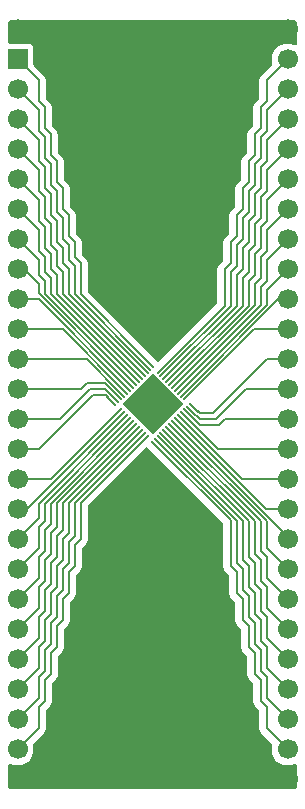
<source format=gtl>
G04 #@! TF.GenerationSoftware,KiCad,Pcbnew,9.0.6*
G04 #@! TF.CreationDate,2026-01-08T20:47:40-06:00*
G04 #@! TF.ProjectId,QFN-48_5x5_P0.35,51464e2d-3438-45f3-9578-355f50302e33,rev?*
G04 #@! TF.SameCoordinates,Original*
G04 #@! TF.FileFunction,Copper,L1,Top*
G04 #@! TF.FilePolarity,Positive*
%FSLAX46Y46*%
G04 Gerber Fmt 4.6, Leading zero omitted, Abs format (unit mm)*
G04 Created by KiCad (PCBNEW 9.0.6) date 2026-01-08 20:47:40*
%MOMM*%
%LPD*%
G01*
G04 APERTURE LIST*
G04 Aperture macros list*
%AMRoundRect*
0 Rectangle with rounded corners*
0 $1 Rounding radius*
0 $2 $3 $4 $5 $6 $7 $8 $9 X,Y pos of 4 corners*
0 Add a 4 corners polygon primitive as box body*
4,1,4,$2,$3,$4,$5,$6,$7,$8,$9,$2,$3,0*
0 Add four circle primitives for the rounded corners*
1,1,$1+$1,$2,$3*
1,1,$1+$1,$4,$5*
1,1,$1+$1,$6,$7*
1,1,$1+$1,$8,$9*
0 Add four rect primitives between the rounded corners*
20,1,$1+$1,$2,$3,$4,$5,0*
20,1,$1+$1,$4,$5,$6,$7,0*
20,1,$1+$1,$6,$7,$8,$9,0*
20,1,$1+$1,$8,$9,$2,$3,0*%
%AMRotRect*
0 Rectangle, with rotation*
0 The origin of the aperture is its center*
0 $1 length*
0 $2 width*
0 $3 Rotation angle, in degrees counterclockwise*
0 Add horizontal line*
21,1,$1,$2,0,0,$3*%
G04 Aperture macros list end*
G04 #@! TA.AperFunction,SMDPad,CuDef*
%ADD10RoundRect,0.050000X-0.424264X0.353553X0.353553X-0.424264X0.424264X-0.353553X-0.353553X0.424264X0*%
G04 #@! TD*
G04 #@! TA.AperFunction,SMDPad,CuDef*
%ADD11RoundRect,0.050000X-0.424264X-0.353553X-0.353553X-0.424264X0.424264X0.353553X0.353553X0.424264X0*%
G04 #@! TD*
G04 #@! TA.AperFunction,HeatsinkPad*
%ADD12C,0.500000*%
G04 #@! TD*
G04 #@! TA.AperFunction,HeatsinkPad*
%ADD13RotRect,3.700000X3.700000X315.000000*%
G04 #@! TD*
G04 #@! TA.AperFunction,ComponentPad*
%ADD14C,1.700000*%
G04 #@! TD*
G04 #@! TA.AperFunction,ComponentPad*
%ADD15R,1.700000X1.700000*%
G04 #@! TD*
G04 #@! TA.AperFunction,ViaPad*
%ADD16C,0.600000*%
G04 #@! TD*
G04 #@! TA.AperFunction,Conductor*
%ADD17C,0.200000*%
G04 #@! TD*
G04 APERTURE END LIST*
D10*
X138164834Y-117167498D03*
X137917348Y-117414986D03*
X137669860Y-117662474D03*
X137422373Y-117909961D03*
X137174885Y-118157449D03*
X136927397Y-118404935D03*
X136679911Y-118652423D03*
X136432423Y-118899911D03*
X136184935Y-119147397D03*
X135937449Y-119394885D03*
X135689961Y-119642373D03*
X135442474Y-119889860D03*
X135194986Y-120137348D03*
X134947498Y-120384834D03*
D11*
X135442474Y-121410140D03*
X135689961Y-121657627D03*
X135937449Y-121905115D03*
X136184935Y-122152603D03*
X136432423Y-122400089D03*
X136679911Y-122647577D03*
X136927397Y-122895065D03*
X137174885Y-123142551D03*
X137422373Y-123390039D03*
X137669860Y-123637526D03*
D10*
X138695166Y-124132502D03*
X138942652Y-123885014D03*
X139190140Y-123637526D03*
X139437627Y-123390039D03*
X139685115Y-123142551D03*
X139932603Y-122895065D03*
X140180089Y-122647577D03*
X140427577Y-122400089D03*
X140675065Y-122152603D03*
X140922551Y-121905115D03*
X141170039Y-121657627D03*
X141417526Y-121410140D03*
X141665014Y-121162652D03*
X141912502Y-120915166D03*
D11*
X141417526Y-119889860D03*
X141170039Y-119642373D03*
X140922551Y-119394885D03*
X140675065Y-119147397D03*
X140427577Y-118899911D03*
X140180089Y-118652423D03*
X139932603Y-118404935D03*
X139685115Y-118157449D03*
X139437627Y-117909961D03*
X139190140Y-117662474D03*
D12*
X138430000Y-118387258D03*
X137675753Y-119141506D03*
X136921506Y-119895753D03*
X136167258Y-120650000D03*
X139184247Y-119141506D03*
X138430000Y-119895753D03*
X137675753Y-120650000D03*
X136921506Y-121404247D03*
D13*
X138430000Y-120650000D03*
D12*
X139938494Y-119895753D03*
X139184247Y-120650000D03*
X138430000Y-121404247D03*
X137675753Y-122158494D03*
X140692742Y-120650000D03*
X139938494Y-121404247D03*
X139184247Y-122158494D03*
X138430000Y-122912742D03*
D14*
X127000000Y-88900000D03*
D15*
X127000000Y-91440000D03*
D14*
X127000000Y-93980000D03*
X127000000Y-96520000D03*
X127000000Y-99060000D03*
X127000000Y-101600000D03*
X127000000Y-104140000D03*
X127000000Y-106680000D03*
X127000000Y-109220000D03*
X127000000Y-111760000D03*
X127000000Y-114300000D03*
X127000000Y-116840000D03*
X127000000Y-119380000D03*
X127000000Y-121920000D03*
X127000000Y-124460000D03*
X127000000Y-127000000D03*
X127000000Y-129540000D03*
X127000000Y-132080000D03*
X127000000Y-134620000D03*
X127000000Y-137160000D03*
X127000000Y-139700000D03*
X127000000Y-142240000D03*
X127000000Y-144780000D03*
X127000000Y-147320000D03*
X127000000Y-149860000D03*
X127000000Y-152400000D03*
X149860000Y-88900000D03*
X149860000Y-91440000D03*
X149860000Y-93980000D03*
X149860000Y-96520000D03*
X149860000Y-99060000D03*
X149860000Y-101600000D03*
X149860000Y-104140000D03*
X149860000Y-106680000D03*
X149860000Y-109220000D03*
X149860000Y-111760000D03*
X149860000Y-114300000D03*
X149860000Y-116840000D03*
X149860000Y-119380000D03*
X149860000Y-121920000D03*
X149860000Y-124460000D03*
X149860000Y-127000000D03*
X149860000Y-129540000D03*
X149860000Y-132080000D03*
X149860000Y-134620000D03*
X149860000Y-137160000D03*
X149860000Y-139700000D03*
X149860000Y-142240000D03*
X149860000Y-144780000D03*
X149860000Y-147320000D03*
X149860000Y-149860000D03*
X149860000Y-152400000D03*
D16*
X138430000Y-101346000D03*
X138430000Y-139827000D03*
X138430000Y-115951000D03*
X138430000Y-125349000D03*
D17*
X148082000Y-93218000D02*
X149860000Y-91440000D01*
X148082000Y-94996000D02*
X148082000Y-93218000D01*
X147574000Y-95504000D02*
X148082000Y-94996000D01*
X147574000Y-97282000D02*
X147574000Y-95504000D01*
X147066000Y-97790000D02*
X147574000Y-97282000D01*
X147066000Y-99568000D02*
X147066000Y-97790000D01*
X146558000Y-100076000D02*
X147066000Y-99568000D01*
X146558000Y-101854000D02*
X146558000Y-100076000D01*
X146050000Y-102362000D02*
X146558000Y-101854000D01*
X146050000Y-104140000D02*
X146050000Y-102362000D01*
X145542000Y-104648000D02*
X146050000Y-104140000D01*
X145542000Y-106426000D02*
X145542000Y-104648000D01*
X145034000Y-106934000D02*
X145542000Y-106426000D01*
X145034000Y-108712000D02*
X145034000Y-106934000D01*
X144526000Y-109220000D02*
X145034000Y-108712000D01*
X144526000Y-112326614D02*
X144526000Y-109220000D01*
X139190140Y-117662474D02*
X144526000Y-112326614D01*
X148082000Y-95758000D02*
X149860000Y-93980000D01*
X148082000Y-97536000D02*
X148082000Y-95758000D01*
X147574000Y-98044000D02*
X148082000Y-97536000D01*
X147574000Y-99822000D02*
X147574000Y-98044000D01*
X147066000Y-100330000D02*
X147574000Y-99822000D01*
X147066000Y-102108000D02*
X147066000Y-100330000D01*
X146558000Y-102616000D02*
X147066000Y-102108000D01*
X146558000Y-104394000D02*
X146558000Y-102616000D01*
X146050000Y-104902000D02*
X146558000Y-104394000D01*
X146050000Y-106680000D02*
X146050000Y-104902000D01*
X145542000Y-107188000D02*
X146050000Y-106680000D01*
X145542000Y-108966000D02*
X145542000Y-107188000D01*
X145034000Y-109474000D02*
X145542000Y-108966000D01*
X145034000Y-112313588D02*
X145034000Y-109474000D01*
X139437627Y-117909961D02*
X145034000Y-112313588D01*
X148082000Y-98298000D02*
X149860000Y-96520000D01*
X148082000Y-100076000D02*
X148082000Y-98298000D01*
X147574000Y-100584000D02*
X148082000Y-100076000D01*
X147574000Y-102362000D02*
X147574000Y-100584000D01*
X147066000Y-102870000D02*
X147574000Y-102362000D01*
X147066000Y-104648000D02*
X147066000Y-102870000D01*
X146558000Y-105156000D02*
X147066000Y-104648000D01*
X146558000Y-106934000D02*
X146558000Y-105156000D01*
X146050000Y-107442000D02*
X146558000Y-106934000D01*
X146050000Y-109220000D02*
X146050000Y-107442000D01*
X145542000Y-109728000D02*
X146050000Y-109220000D01*
X145542000Y-112300564D02*
X145542000Y-109728000D01*
X139685115Y-118157449D02*
X145542000Y-112300564D01*
X148082000Y-100838000D02*
X149860000Y-99060000D01*
X148082000Y-102616000D02*
X148082000Y-100838000D01*
X147574000Y-103124000D02*
X148082000Y-102616000D01*
X147574000Y-104902000D02*
X147574000Y-103124000D01*
X147066000Y-105410000D02*
X147574000Y-104902000D01*
X147066000Y-107188000D02*
X147066000Y-105410000D01*
X146558000Y-107696000D02*
X147066000Y-107188000D01*
X146558000Y-109474000D02*
X146558000Y-107696000D01*
X146050000Y-109982000D02*
X146558000Y-109474000D01*
X146050000Y-112287538D02*
X146050000Y-109982000D01*
X139932603Y-118404935D02*
X146050000Y-112287538D01*
X148082000Y-103378000D02*
X149860000Y-101600000D01*
X148082000Y-105156000D02*
X148082000Y-103378000D01*
X147574000Y-105664000D02*
X148082000Y-105156000D01*
X147574000Y-107442000D02*
X147574000Y-105664000D01*
X147066000Y-107950000D02*
X147574000Y-107442000D01*
X147066000Y-109728000D02*
X147066000Y-107950000D01*
X146558000Y-110236000D02*
X147066000Y-109728000D01*
X146558000Y-112274512D02*
X146558000Y-110236000D01*
X140180089Y-118652423D02*
X146558000Y-112274512D01*
X147574000Y-108204000D02*
X148082000Y-107696000D01*
X147574000Y-109982000D02*
X147574000Y-108204000D01*
X148082000Y-107696000D02*
X148082000Y-105918000D01*
X147066000Y-112261488D02*
X147066000Y-110490000D01*
X147066000Y-110490000D02*
X147574000Y-109982000D01*
X148082000Y-105918000D02*
X149860000Y-104140000D01*
X140427577Y-118899911D02*
X147066000Y-112261488D01*
X147574000Y-110744000D02*
X148082000Y-110236000D01*
X148082000Y-108458000D02*
X149860000Y-106680000D01*
X147574000Y-112248462D02*
X147574000Y-110744000D01*
X140675065Y-119147397D02*
X147574000Y-112248462D01*
X148082000Y-110236000D02*
X148082000Y-108458000D01*
X148082000Y-112235436D02*
X148082000Y-110998000D01*
X148082000Y-110998000D02*
X149860000Y-109220000D01*
X140922551Y-119394885D02*
X148082000Y-112235436D01*
X149052412Y-111760000D02*
X149860000Y-111760000D01*
X141170039Y-119642373D02*
X149052412Y-111760000D01*
X147007386Y-114300000D02*
X149860000Y-114300000D01*
X141417526Y-119889860D02*
X147007386Y-114300000D01*
X148082000Y-148082000D02*
X149860000Y-149860000D01*
X148082000Y-146304000D02*
X148082000Y-148082000D01*
X147574000Y-145796000D02*
X148082000Y-146304000D01*
X147574000Y-144018000D02*
X147574000Y-145796000D01*
X147066000Y-143510000D02*
X147574000Y-144018000D01*
X146558000Y-141224000D02*
X147066000Y-141732000D01*
X146558000Y-139446000D02*
X146558000Y-141224000D01*
X146050000Y-138938000D02*
X146558000Y-139446000D01*
X146050000Y-137160000D02*
X146050000Y-138938000D01*
X147066000Y-141732000D02*
X147066000Y-143510000D01*
X145542000Y-136652000D02*
X146050000Y-137160000D01*
X145542000Y-134874000D02*
X145542000Y-136652000D01*
X145034000Y-134366000D02*
X145542000Y-134874000D01*
X145034000Y-130471336D02*
X145034000Y-134366000D01*
X138695166Y-124132502D02*
X145034000Y-130471336D01*
X148082000Y-145542000D02*
X149860000Y-147320000D01*
X148082000Y-143764000D02*
X148082000Y-145542000D01*
X147574000Y-143256000D02*
X148082000Y-143764000D01*
X147574000Y-141478000D02*
X147574000Y-143256000D01*
X147066000Y-140970000D02*
X147574000Y-141478000D01*
X147066000Y-139192000D02*
X147066000Y-140970000D01*
X146558000Y-138684000D02*
X147066000Y-139192000D01*
X146558000Y-136906000D02*
X146558000Y-138684000D01*
X146050000Y-136398000D02*
X146558000Y-136906000D01*
X146050000Y-134620000D02*
X146050000Y-136398000D01*
X145542000Y-134112000D02*
X146050000Y-134620000D01*
X145542000Y-130484362D02*
X145542000Y-134112000D01*
X138942652Y-123885014D02*
X145542000Y-130484362D01*
X148082000Y-141224000D02*
X148082000Y-143002000D01*
X147574000Y-140716000D02*
X148082000Y-141224000D01*
X147574000Y-138938000D02*
X147574000Y-140716000D01*
X147066000Y-138430000D02*
X147574000Y-138938000D01*
X147066000Y-136652000D02*
X147066000Y-138430000D01*
X146558000Y-136144000D02*
X147066000Y-136652000D01*
X146558000Y-134366000D02*
X146558000Y-136144000D01*
X146050000Y-133858000D02*
X146558000Y-134366000D01*
X146050000Y-130497386D02*
X146050000Y-133858000D01*
X139190140Y-123637526D02*
X146050000Y-130497386D01*
X148082000Y-143002000D02*
X149860000Y-144780000D01*
X148082000Y-140462000D02*
X149860000Y-142240000D01*
X148082000Y-138684000D02*
X148082000Y-140462000D01*
X147574000Y-136398000D02*
X147574000Y-138176000D01*
X147066000Y-135890000D02*
X147574000Y-136398000D01*
X147574000Y-138176000D02*
X148082000Y-138684000D01*
X147066000Y-134112000D02*
X147066000Y-135890000D01*
X146558000Y-133604000D02*
X147066000Y-134112000D01*
X146558000Y-130510412D02*
X146558000Y-133604000D01*
X139437627Y-123390039D02*
X146558000Y-130510412D01*
X148082000Y-137922000D02*
X149860000Y-139700000D01*
X147066000Y-133350000D02*
X147574000Y-133858000D01*
X148082000Y-136144000D02*
X148082000Y-137922000D01*
X147066000Y-130523436D02*
X147066000Y-133350000D01*
X147574000Y-135636000D02*
X148082000Y-136144000D01*
X139685115Y-123142551D02*
X147066000Y-130523436D01*
X147574000Y-133858000D02*
X147574000Y-135636000D01*
X148082000Y-135382000D02*
X149860000Y-137160000D01*
X148082000Y-133604000D02*
X148082000Y-135382000D01*
X147574000Y-133096000D02*
X148082000Y-133604000D01*
X147574000Y-130536462D02*
X147574000Y-133096000D01*
X139932603Y-122895065D02*
X147574000Y-130536462D01*
X149860000Y-134620000D02*
X148082000Y-132842000D01*
X148082000Y-130549488D02*
X148082000Y-132842000D01*
X140180089Y-122647577D02*
X148082000Y-130549488D01*
X149860000Y-131832512D02*
X149860000Y-132080000D01*
X140427577Y-122400089D02*
X149860000Y-131832512D01*
X148062462Y-129540000D02*
X149860000Y-129540000D01*
X140675065Y-122152603D02*
X148062462Y-129540000D01*
X146017436Y-127000000D02*
X149860000Y-127000000D01*
X140922551Y-121905115D02*
X146017436Y-127000000D01*
X143972412Y-124460000D02*
X141170039Y-121657627D01*
X149860000Y-124460000D02*
X143972412Y-124460000D01*
X144526000Y-121920000D02*
X149860000Y-121920000D01*
X144018000Y-122428000D02*
X144526000Y-121920000D01*
X142435386Y-122428000D02*
X144018000Y-122428000D01*
X141417526Y-121410140D02*
X142435386Y-122428000D01*
X146304000Y-119380000D02*
X149860000Y-119380000D01*
X142422362Y-121920000D02*
X143764000Y-121920000D01*
X143764000Y-121920000D02*
X146304000Y-119380000D01*
X141665014Y-121162652D02*
X142422362Y-121920000D01*
X148082000Y-116840000D02*
X149860000Y-116840000D01*
X143510000Y-121412000D02*
X148082000Y-116840000D01*
X142409336Y-121412000D02*
X143510000Y-121412000D01*
X141912502Y-120915166D02*
X142409336Y-121412000D01*
X128778000Y-148082000D02*
X127000000Y-149860000D01*
X128778000Y-146304000D02*
X128778000Y-148082000D01*
X129286000Y-144018000D02*
X129286000Y-145796000D01*
X129794000Y-141732000D02*
X129794000Y-143510000D01*
X129794000Y-143510000D02*
X129286000Y-144018000D01*
X130302000Y-141224000D02*
X129794000Y-141732000D01*
X130302000Y-139446000D02*
X130302000Y-141224000D01*
X130810000Y-138938000D02*
X130302000Y-139446000D01*
X130810000Y-137160000D02*
X130810000Y-138938000D01*
X131318000Y-136652000D02*
X130810000Y-137160000D01*
X131318000Y-134874000D02*
X131318000Y-136652000D01*
X131826000Y-134366000D02*
X131318000Y-134874000D01*
X129286000Y-145796000D02*
X128778000Y-146304000D01*
X131826000Y-132588000D02*
X131826000Y-134366000D01*
X132334000Y-132080000D02*
X131826000Y-132588000D01*
X132334000Y-128973386D02*
X132334000Y-132080000D01*
X137669860Y-123637526D02*
X132334000Y-128973386D01*
X128778000Y-145542000D02*
X127000000Y-147320000D01*
X128778000Y-143764000D02*
X128778000Y-145542000D01*
X129286000Y-143256000D02*
X128778000Y-143764000D01*
X129286000Y-141478000D02*
X129286000Y-143256000D01*
X129794000Y-140970000D02*
X129286000Y-141478000D01*
X129794000Y-139192000D02*
X129794000Y-140970000D01*
X130302000Y-138684000D02*
X129794000Y-139192000D01*
X130302000Y-136906000D02*
X130302000Y-138684000D01*
X130810000Y-136398000D02*
X130302000Y-136906000D01*
X130810000Y-134620000D02*
X130810000Y-136398000D01*
X131318000Y-134112000D02*
X130810000Y-134620000D01*
X131318000Y-132334000D02*
X131318000Y-134112000D01*
X131826000Y-131826000D02*
X131318000Y-132334000D01*
X131826000Y-128986412D02*
X131826000Y-131826000D01*
X137422373Y-123390039D02*
X131826000Y-128986412D01*
X128778000Y-143002000D02*
X127000000Y-144780000D01*
X129286000Y-140716000D02*
X128778000Y-141224000D01*
X129286000Y-138938000D02*
X129286000Y-140716000D01*
X129794000Y-138430000D02*
X129286000Y-138938000D01*
X128778000Y-141224000D02*
X128778000Y-143002000D01*
X130302000Y-134366000D02*
X130302000Y-136144000D01*
X130810000Y-133858000D02*
X130302000Y-134366000D01*
X130810000Y-132080000D02*
X130810000Y-133858000D01*
X129794000Y-136652000D02*
X129794000Y-138430000D01*
X131318000Y-131572000D02*
X130810000Y-132080000D01*
X131318000Y-128999436D02*
X131318000Y-131572000D01*
X130302000Y-136144000D02*
X129794000Y-136652000D01*
X137174885Y-123142551D02*
X131318000Y-128999436D01*
X128778000Y-140462000D02*
X127000000Y-142240000D01*
X128778000Y-138684000D02*
X128778000Y-140462000D01*
X129286000Y-138176000D02*
X128778000Y-138684000D01*
X129286000Y-136398000D02*
X129286000Y-138176000D01*
X129794000Y-135890000D02*
X129286000Y-136398000D01*
X130302000Y-133604000D02*
X129794000Y-134112000D01*
X130302000Y-131826000D02*
X130302000Y-133604000D01*
X130810000Y-131318000D02*
X130302000Y-131826000D01*
X130810000Y-129012462D02*
X130810000Y-131318000D01*
X129794000Y-134112000D02*
X129794000Y-135890000D01*
X136927397Y-122895065D02*
X130810000Y-129012462D01*
X128778000Y-137922000D02*
X127000000Y-139700000D01*
X128778000Y-136144000D02*
X128778000Y-137922000D01*
X129286000Y-135636000D02*
X128778000Y-136144000D01*
X129286000Y-133858000D02*
X129286000Y-135636000D01*
X129794000Y-133350000D02*
X129286000Y-133858000D01*
X129794000Y-131572000D02*
X129794000Y-133350000D01*
X130302000Y-131064000D02*
X129794000Y-131572000D01*
X130302000Y-129025488D02*
X130302000Y-131064000D01*
X136679911Y-122647577D02*
X130302000Y-129025488D01*
X128778000Y-135382000D02*
X127000000Y-137160000D01*
X128778000Y-133604000D02*
X128778000Y-135382000D01*
X129794000Y-130810000D02*
X129286000Y-131318000D01*
X129286000Y-131318000D02*
X129286000Y-133096000D01*
X129794000Y-129038512D02*
X129794000Y-130810000D01*
X129286000Y-133096000D02*
X128778000Y-133604000D01*
X136432423Y-122400089D02*
X129794000Y-129038512D01*
X128778000Y-131064000D02*
X128778000Y-132842000D01*
X129286000Y-130556000D02*
X128778000Y-131064000D01*
X129286000Y-129051538D02*
X129286000Y-130556000D01*
X136184935Y-122152603D02*
X129286000Y-129051538D01*
X128778000Y-132842000D02*
X127000000Y-134620000D01*
X128778000Y-130302000D02*
X127000000Y-132080000D01*
X128778000Y-129064564D02*
X128778000Y-130302000D01*
X135937449Y-121905115D02*
X128778000Y-129064564D01*
X127807588Y-129540000D02*
X127000000Y-129540000D01*
X135689961Y-121657627D02*
X127807588Y-129540000D01*
X135442474Y-121410140D02*
X129852614Y-127000000D01*
X129852614Y-127000000D02*
X127000000Y-127000000D01*
X128778000Y-93218000D02*
X127000000Y-91440000D01*
X128778000Y-94996000D02*
X128778000Y-93218000D01*
X129286000Y-95504000D02*
X128778000Y-94996000D01*
X129286000Y-97282000D02*
X129286000Y-95504000D01*
X129794000Y-97790000D02*
X129286000Y-97282000D01*
X129794000Y-99568000D02*
X129794000Y-97790000D01*
X130302000Y-100076000D02*
X129794000Y-99568000D01*
X130302000Y-101854000D02*
X130302000Y-100076000D01*
X130810000Y-102362000D02*
X130302000Y-101854000D01*
X130810000Y-104140000D02*
X130810000Y-102362000D01*
X131318000Y-104648000D02*
X130810000Y-104140000D01*
X131318000Y-106426000D02*
X131318000Y-104648000D01*
X131826000Y-106934000D02*
X131318000Y-106426000D01*
X131826000Y-108204000D02*
X131826000Y-106934000D01*
X132334000Y-108712000D02*
X131826000Y-108204000D01*
X132334000Y-111336664D02*
X132334000Y-108712000D01*
X138164834Y-117167498D02*
X132334000Y-111336664D01*
X128778000Y-95758000D02*
X127000000Y-93980000D01*
X128778000Y-97536000D02*
X128778000Y-95758000D01*
X129286000Y-98044000D02*
X128778000Y-97536000D01*
X129794000Y-100330000D02*
X129286000Y-99822000D01*
X129794000Y-102108000D02*
X129794000Y-100330000D01*
X130302000Y-102616000D02*
X129794000Y-102108000D01*
X130302000Y-104394000D02*
X130302000Y-102616000D01*
X130810000Y-104902000D02*
X130302000Y-104394000D01*
X129286000Y-99822000D02*
X129286000Y-98044000D01*
X130810000Y-106680000D02*
X130810000Y-104902000D01*
X131318000Y-107188000D02*
X130810000Y-106680000D01*
X131318000Y-108458000D02*
X131318000Y-107188000D01*
X131826000Y-108966000D02*
X131318000Y-108458000D01*
X131826000Y-111323638D02*
X131826000Y-108966000D01*
X137917348Y-117414986D02*
X131826000Y-111323638D01*
X128778000Y-98298000D02*
X127000000Y-96520000D01*
X128778000Y-100076000D02*
X128778000Y-98298000D01*
X129286000Y-100584000D02*
X128778000Y-100076000D01*
X129286000Y-102362000D02*
X129286000Y-100584000D01*
X129794000Y-102870000D02*
X129286000Y-102362000D01*
X129794000Y-104648000D02*
X129794000Y-102870000D01*
X130302000Y-105156000D02*
X129794000Y-104648000D01*
X130302000Y-106934000D02*
X130302000Y-105156000D01*
X130810000Y-107442000D02*
X130302000Y-106934000D01*
X130810000Y-108712000D02*
X130810000Y-107442000D01*
X131318000Y-109220000D02*
X130810000Y-108712000D01*
X131318000Y-111310614D02*
X131318000Y-109220000D01*
X137669860Y-117662474D02*
X131318000Y-111310614D01*
X128778000Y-100838000D02*
X127000000Y-99060000D01*
X128778000Y-102616000D02*
X128778000Y-100838000D01*
X129286000Y-103124000D02*
X128778000Y-102616000D01*
X129286000Y-104902000D02*
X129286000Y-103124000D01*
X129794000Y-105410000D02*
X129286000Y-104902000D01*
X130302000Y-107696000D02*
X129794000Y-107188000D01*
X129794000Y-107188000D02*
X129794000Y-105410000D01*
X130302000Y-108966000D02*
X130302000Y-107696000D01*
X130810000Y-109474000D02*
X130302000Y-108966000D01*
X130810000Y-111297588D02*
X130810000Y-109474000D01*
X137422373Y-117909961D02*
X130810000Y-111297588D01*
X128778000Y-103378000D02*
X127000000Y-101600000D01*
X128778000Y-105156000D02*
X128778000Y-103378000D01*
X129286000Y-105664000D02*
X128778000Y-105156000D01*
X129286000Y-107442000D02*
X129286000Y-105664000D01*
X129794000Y-107950000D02*
X129286000Y-107442000D01*
X129794000Y-109220000D02*
X129794000Y-107950000D01*
X130302000Y-109728000D02*
X129794000Y-109220000D01*
X130302000Y-111284564D02*
X130302000Y-109728000D01*
X137174885Y-118157449D02*
X130302000Y-111284564D01*
X128778000Y-105918000D02*
X127000000Y-104140000D01*
X129286000Y-108204000D02*
X128778000Y-107696000D01*
X129286000Y-109474000D02*
X129286000Y-108204000D01*
X129794000Y-109982000D02*
X129286000Y-109474000D01*
X128778000Y-107696000D02*
X128778000Y-105918000D01*
X136927397Y-118404935D02*
X129794000Y-111271538D01*
X129794000Y-111271538D02*
X129794000Y-109982000D01*
X128778000Y-108458000D02*
X127000000Y-106680000D01*
X128778000Y-109728000D02*
X128778000Y-108458000D01*
X129286000Y-110236000D02*
X128778000Y-109728000D01*
X129286000Y-111258512D02*
X129286000Y-110236000D01*
X136679911Y-118652423D02*
X129286000Y-111258512D01*
X127508000Y-109220000D02*
X127000000Y-109220000D01*
X128778000Y-110490000D02*
X127508000Y-109220000D01*
X128778000Y-111245488D02*
X128778000Y-110490000D01*
X136432423Y-118899911D02*
X128778000Y-111245488D01*
X128797538Y-111760000D02*
X127000000Y-111760000D01*
X136184935Y-119147397D02*
X128797538Y-111760000D01*
X130842564Y-114300000D02*
X127000000Y-114300000D01*
X135937449Y-119394885D02*
X130842564Y-114300000D01*
X132887588Y-116840000D02*
X127000000Y-116840000D01*
X135689961Y-119642373D02*
X132887588Y-116840000D01*
X132334000Y-119380000D02*
X132842000Y-118872000D01*
X127000000Y-119380000D02*
X132334000Y-119380000D01*
X134424614Y-118872000D02*
X132842000Y-118872000D01*
X135442474Y-119889860D02*
X134424614Y-118872000D01*
X130556000Y-121920000D02*
X127000000Y-121920000D01*
X133096000Y-119380000D02*
X130556000Y-121920000D01*
X134437638Y-119380000D02*
X133096000Y-119380000D01*
X135194986Y-120137348D02*
X134437638Y-119380000D01*
X133350000Y-119888000D02*
X128778000Y-124460000D01*
X134450664Y-119888000D02*
X133350000Y-119888000D01*
X134947498Y-120384834D02*
X134450664Y-119888000D01*
X128778000Y-124460000D02*
X127000000Y-124460000D01*
G04 #@! TA.AperFunction,Conductor*
G36*
X137978359Y-124280776D02*
G01*
X138022706Y-124309277D01*
X144397181Y-130683752D01*
X144430666Y-130745075D01*
X144433500Y-130771433D01*
X144433500Y-134279330D01*
X144433499Y-134279348D01*
X144433499Y-134445054D01*
X144433498Y-134445054D01*
X144474423Y-134597785D01*
X144500074Y-134642214D01*
X144500076Y-134642216D01*
X144553479Y-134734714D01*
X144553481Y-134734717D01*
X144672349Y-134853585D01*
X144672355Y-134853590D01*
X144905181Y-135086416D01*
X144938666Y-135147739D01*
X144941500Y-135174097D01*
X144941500Y-136565330D01*
X144941499Y-136565348D01*
X144941499Y-136731054D01*
X144941498Y-136731054D01*
X144982423Y-136883785D01*
X145008074Y-136928214D01*
X145008076Y-136928216D01*
X145061479Y-137020714D01*
X145061481Y-137020717D01*
X145180349Y-137139585D01*
X145180355Y-137139590D01*
X145413181Y-137372416D01*
X145446666Y-137433739D01*
X145449500Y-137460097D01*
X145449500Y-138851330D01*
X145449499Y-138851348D01*
X145449499Y-139017054D01*
X145449498Y-139017054D01*
X145449499Y-139017056D01*
X145449499Y-139017057D01*
X145490423Y-139169785D01*
X145490425Y-139169788D01*
X145497240Y-139181592D01*
X145569477Y-139306712D01*
X145569481Y-139306717D01*
X145688349Y-139425585D01*
X145688355Y-139425590D01*
X145921181Y-139658416D01*
X145954666Y-139719739D01*
X145957500Y-139746097D01*
X145957500Y-141137330D01*
X145957499Y-141137348D01*
X145957499Y-141303054D01*
X145957498Y-141303054D01*
X145998423Y-141455785D01*
X146024074Y-141500214D01*
X146024076Y-141500216D01*
X146077479Y-141592714D01*
X146077481Y-141592717D01*
X146196349Y-141711585D01*
X146196355Y-141711590D01*
X146429181Y-141944416D01*
X146462666Y-142005739D01*
X146465500Y-142032097D01*
X146465500Y-143423330D01*
X146465499Y-143423348D01*
X146465499Y-143589054D01*
X146465498Y-143589054D01*
X146465499Y-143589056D01*
X146465499Y-143589057D01*
X146506423Y-143741785D01*
X146506424Y-143741786D01*
X146511104Y-143749894D01*
X146511106Y-143749896D01*
X146585477Y-143878712D01*
X146585481Y-143878717D01*
X146704349Y-143997585D01*
X146704355Y-143997590D01*
X146937181Y-144230416D01*
X146970666Y-144291739D01*
X146973500Y-144318097D01*
X146973500Y-145709330D01*
X146973499Y-145709348D01*
X146973499Y-145875054D01*
X146973498Y-145875054D01*
X146989575Y-145935051D01*
X147014423Y-146027785D01*
X147016594Y-146031546D01*
X147016598Y-146031558D01*
X147016601Y-146031557D01*
X147093477Y-146164712D01*
X147093481Y-146164717D01*
X147212349Y-146283585D01*
X147212355Y-146283590D01*
X147445181Y-146516416D01*
X147478666Y-146577739D01*
X147481500Y-146604097D01*
X147481500Y-147995330D01*
X147481499Y-147995348D01*
X147481499Y-148161054D01*
X147481498Y-148161054D01*
X147481499Y-148161057D01*
X147522423Y-148313785D01*
X147522424Y-148313786D01*
X147526298Y-148320498D01*
X147526300Y-148320500D01*
X147601477Y-148450712D01*
X147601481Y-148450717D01*
X147720349Y-148569585D01*
X147720355Y-148569590D01*
X148526241Y-149375476D01*
X148559726Y-149436799D01*
X148556492Y-149501473D01*
X148542753Y-149543757D01*
X148509500Y-149753713D01*
X148509500Y-149966286D01*
X148542753Y-150176239D01*
X148608444Y-150378414D01*
X148704951Y-150567820D01*
X148829890Y-150739786D01*
X148980213Y-150890109D01*
X149152179Y-151015048D01*
X149152181Y-151015049D01*
X149152184Y-151015051D01*
X149341588Y-151111557D01*
X149543757Y-151177246D01*
X149753713Y-151210500D01*
X149753714Y-151210500D01*
X149966286Y-151210500D01*
X149966287Y-151210500D01*
X150176243Y-151177246D01*
X150378412Y-151111557D01*
X150449205Y-151075485D01*
X150517874Y-151062590D01*
X150582614Y-151088866D01*
X150622872Y-151145972D01*
X150629500Y-151185971D01*
X150629500Y-153045500D01*
X150609815Y-153112539D01*
X150557011Y-153158294D01*
X150505500Y-153169500D01*
X126354500Y-153169500D01*
X126287461Y-153149815D01*
X126241706Y-153097011D01*
X126230500Y-153045500D01*
X126230500Y-151185971D01*
X126250185Y-151118932D01*
X126302989Y-151073177D01*
X126372147Y-151063233D01*
X126410793Y-151075485D01*
X126481588Y-151111557D01*
X126683757Y-151177246D01*
X126893713Y-151210500D01*
X126893714Y-151210500D01*
X127106286Y-151210500D01*
X127106287Y-151210500D01*
X127316243Y-151177246D01*
X127518412Y-151111557D01*
X127707816Y-151015051D01*
X127729789Y-150999086D01*
X127879786Y-150890109D01*
X127879788Y-150890106D01*
X127879792Y-150890104D01*
X128030104Y-150739792D01*
X128030106Y-150739788D01*
X128030109Y-150739786D01*
X128155048Y-150567820D01*
X128155047Y-150567820D01*
X128155051Y-150567816D01*
X128251557Y-150378412D01*
X128317246Y-150176243D01*
X128350500Y-149966287D01*
X128350500Y-149753713D01*
X128317246Y-149543757D01*
X128303506Y-149501473D01*
X128301512Y-149431635D01*
X128333755Y-149375478D01*
X129258520Y-148450716D01*
X129337577Y-148313784D01*
X129378501Y-148161057D01*
X129378501Y-148002942D01*
X129378501Y-147995339D01*
X129378500Y-147995329D01*
X129378500Y-146604096D01*
X129398185Y-146537057D01*
X129414815Y-146516419D01*
X129644506Y-146286727D01*
X129644511Y-146286724D01*
X129654714Y-146276520D01*
X129654716Y-146276520D01*
X129766520Y-146164716D01*
X129845577Y-146027784D01*
X129886500Y-145875057D01*
X129886500Y-144318096D01*
X129906185Y-144251057D01*
X129922815Y-144230419D01*
X130152506Y-144000727D01*
X130152511Y-144000724D01*
X130162714Y-143990520D01*
X130162716Y-143990520D01*
X130274520Y-143878716D01*
X130353577Y-143741784D01*
X130390898Y-143602500D01*
X130394500Y-143589058D01*
X130394500Y-143430943D01*
X130394500Y-142032096D01*
X130414185Y-141965057D01*
X130430815Y-141944419D01*
X130660506Y-141714727D01*
X130660511Y-141714724D01*
X130670714Y-141704520D01*
X130670716Y-141704520D01*
X130782520Y-141592716D01*
X130861577Y-141455784D01*
X130902500Y-141303057D01*
X130902500Y-139746096D01*
X130922185Y-139679057D01*
X130938815Y-139658419D01*
X131168506Y-139428727D01*
X131168511Y-139428724D01*
X131178714Y-139418520D01*
X131178716Y-139418520D01*
X131290520Y-139306716D01*
X131369577Y-139169784D01*
X131410500Y-139017057D01*
X131410500Y-137460096D01*
X131430185Y-137393057D01*
X131446815Y-137372419D01*
X131676506Y-137142727D01*
X131676511Y-137142724D01*
X131686714Y-137132520D01*
X131686716Y-137132520D01*
X131798520Y-137020716D01*
X131877577Y-136883784D01*
X131918500Y-136731057D01*
X131918500Y-135174096D01*
X131938185Y-135107057D01*
X131954815Y-135086419D01*
X132184506Y-134856727D01*
X132184511Y-134856724D01*
X132194714Y-134846520D01*
X132194716Y-134846520D01*
X132306520Y-134734716D01*
X132385577Y-134597784D01*
X132426500Y-134445057D01*
X132426500Y-132888096D01*
X132446185Y-132821057D01*
X132462815Y-132800419D01*
X132692506Y-132570727D01*
X132692511Y-132570724D01*
X132702714Y-132560520D01*
X132702716Y-132560520D01*
X132814520Y-132448716D01*
X132893577Y-132311784D01*
X132934500Y-132159057D01*
X132934500Y-129273483D01*
X132954185Y-129206444D01*
X132970819Y-129185802D01*
X137847344Y-124309277D01*
X137908667Y-124275792D01*
X137978359Y-124280776D01*
G37*
G04 #@! TD.AperFunction*
G04 #@! TA.AperFunction,Conductor*
G36*
X138486875Y-118516425D02*
G01*
X138506601Y-118529103D01*
X138530956Y-118548236D01*
X138551863Y-118569142D01*
X138555913Y-118574297D01*
X138593623Y-118622299D01*
X138593625Y-118622301D01*
X138593629Y-118622306D01*
X138725280Y-118753957D01*
X138725295Y-118753970D01*
X138778443Y-118795721D01*
X138799354Y-118816632D01*
X138841105Y-118869780D01*
X138841118Y-118869795D01*
X138972769Y-119001446D01*
X138972773Y-119001449D01*
X138972777Y-119001453D01*
X139007044Y-119028372D01*
X139025937Y-119043215D01*
X139046843Y-119064121D01*
X139069965Y-119093554D01*
X139088599Y-119117273D01*
X139088601Y-119117275D01*
X139088605Y-119117280D01*
X139220257Y-119248932D01*
X139220261Y-119248935D01*
X139220265Y-119248939D01*
X139255349Y-119276500D01*
X139273415Y-119290693D01*
X139294320Y-119311599D01*
X139336084Y-119364760D01*
X139336089Y-119364766D01*
X139467742Y-119496419D01*
X139467757Y-119496432D01*
X139520905Y-119538183D01*
X139541816Y-119559094D01*
X139583567Y-119612242D01*
X139583580Y-119612257D01*
X139715231Y-119743908D01*
X139715235Y-119743911D01*
X139715239Y-119743915D01*
X139749506Y-119770834D01*
X139768399Y-119785677D01*
X139789305Y-119806583D01*
X139812427Y-119836016D01*
X139831061Y-119859735D01*
X139831063Y-119859737D01*
X139831067Y-119859742D01*
X139962719Y-119991394D01*
X139962723Y-119991397D01*
X139962727Y-119991401D01*
X139973909Y-120000185D01*
X140015877Y-120033155D01*
X140036782Y-120054061D01*
X140078546Y-120107222D01*
X140078551Y-120107228D01*
X140210204Y-120238881D01*
X140210219Y-120238894D01*
X140263367Y-120280645D01*
X140284278Y-120301556D01*
X140326029Y-120354704D01*
X140326042Y-120354719D01*
X140457693Y-120486370D01*
X140457697Y-120486373D01*
X140457701Y-120486377D01*
X140485461Y-120508185D01*
X140510856Y-120528135D01*
X140531761Y-120549039D01*
X140550896Y-120573396D01*
X140576831Y-120638272D01*
X140563575Y-120706872D01*
X140550895Y-120726604D01*
X140531761Y-120750959D01*
X140510857Y-120771862D01*
X140457707Y-120813617D01*
X140457691Y-120813631D01*
X140326039Y-120945283D01*
X140284274Y-120998446D01*
X140263370Y-121019350D01*
X140210207Y-121061115D01*
X140078555Y-121192767D01*
X140078541Y-121192783D01*
X140036782Y-121245938D01*
X140015878Y-121266842D01*
X139962733Y-121308593D01*
X139962717Y-121308607D01*
X139831069Y-121440255D01*
X139831055Y-121440271D01*
X139789304Y-121493416D01*
X139768400Y-121514320D01*
X139715245Y-121556079D01*
X139715229Y-121556093D01*
X139583577Y-121687745D01*
X139541812Y-121740908D01*
X139520908Y-121761812D01*
X139467745Y-121803577D01*
X139336093Y-121935229D01*
X139336079Y-121935245D01*
X139294320Y-121988400D01*
X139273416Y-122009304D01*
X139220271Y-122051055D01*
X139220255Y-122051069D01*
X139088607Y-122182717D01*
X139088593Y-122182733D01*
X139046842Y-122235878D01*
X139025938Y-122256782D01*
X138972783Y-122298541D01*
X138972767Y-122298555D01*
X138841115Y-122430207D01*
X138799350Y-122483370D01*
X138778446Y-122504274D01*
X138725283Y-122546039D01*
X138593631Y-122677691D01*
X138593617Y-122677707D01*
X138551862Y-122730857D01*
X138530959Y-122751761D01*
X138506604Y-122770895D01*
X138441726Y-122796831D01*
X138373126Y-122783575D01*
X138353401Y-122770899D01*
X138329039Y-122751761D01*
X138308135Y-122730856D01*
X138293613Y-122712371D01*
X138266377Y-122677701D01*
X138266373Y-122677697D01*
X138266370Y-122677693D01*
X138134719Y-122546042D01*
X138134704Y-122546029D01*
X138081556Y-122504278D01*
X138060645Y-122483367D01*
X138018894Y-122430219D01*
X138018881Y-122430204D01*
X137887228Y-122298551D01*
X137887222Y-122298546D01*
X137834061Y-122256782D01*
X137813155Y-122235877D01*
X137798962Y-122217811D01*
X137771401Y-122182727D01*
X137771397Y-122182723D01*
X137771394Y-122182719D01*
X137639742Y-122051067D01*
X137639737Y-122051063D01*
X137639735Y-122051061D01*
X137616016Y-122032427D01*
X137586583Y-122009305D01*
X137565677Y-121988399D01*
X137550834Y-121969506D01*
X137523915Y-121935239D01*
X137523911Y-121935235D01*
X137523908Y-121935231D01*
X137392257Y-121803580D01*
X137392242Y-121803567D01*
X137339094Y-121761816D01*
X137318183Y-121740905D01*
X137276432Y-121687757D01*
X137276419Y-121687742D01*
X137144766Y-121556089D01*
X137144760Y-121556084D01*
X137091599Y-121514320D01*
X137070693Y-121493415D01*
X137056500Y-121475349D01*
X137028939Y-121440265D01*
X137028935Y-121440261D01*
X137028932Y-121440257D01*
X136897280Y-121308605D01*
X136897275Y-121308601D01*
X136897273Y-121308599D01*
X136873554Y-121289965D01*
X136844121Y-121266843D01*
X136823215Y-121245937D01*
X136808372Y-121227044D01*
X136781453Y-121192777D01*
X136781449Y-121192773D01*
X136781446Y-121192769D01*
X136649795Y-121061118D01*
X136649780Y-121061105D01*
X136596632Y-121019354D01*
X136575721Y-120998443D01*
X136533970Y-120945295D01*
X136533957Y-120945280D01*
X136402306Y-120813629D01*
X136402301Y-120813625D01*
X136402299Y-120813623D01*
X136353365Y-120775181D01*
X136349142Y-120771863D01*
X136328236Y-120750956D01*
X136309103Y-120726601D01*
X136283168Y-120661723D01*
X136296425Y-120593123D01*
X136309103Y-120573397D01*
X136309106Y-120573394D01*
X136328236Y-120549042D01*
X136349145Y-120528133D01*
X136374538Y-120508185D01*
X136402299Y-120486377D01*
X136533965Y-120354711D01*
X136575722Y-120301554D01*
X136596632Y-120280645D01*
X136649787Y-120238889D01*
X136781453Y-120107223D01*
X136823216Y-120054061D01*
X136844124Y-120033153D01*
X136897273Y-119991401D01*
X137028939Y-119859735D01*
X137070694Y-119806583D01*
X137091602Y-119785675D01*
X137144761Y-119743915D01*
X137276427Y-119612249D01*
X137318184Y-119559092D01*
X137339094Y-119538183D01*
X137392249Y-119496427D01*
X137523915Y-119364761D01*
X137565678Y-119311599D01*
X137586586Y-119290691D01*
X137639735Y-119248939D01*
X137771401Y-119117273D01*
X137813156Y-119064121D01*
X137834064Y-119043213D01*
X137887223Y-119001453D01*
X138018889Y-118869787D01*
X138060646Y-118816630D01*
X138081556Y-118795721D01*
X138102205Y-118779500D01*
X138134711Y-118753965D01*
X138266377Y-118622299D01*
X138308136Y-118569142D01*
X138329042Y-118548236D01*
X138353397Y-118529103D01*
X138418275Y-118503168D01*
X138486875Y-118516425D01*
G37*
G04 #@! TD.AperFunction*
G04 #@! TA.AperFunction,Conductor*
G36*
X150572539Y-88150185D02*
G01*
X150618294Y-88202989D01*
X150629500Y-88254500D01*
X150629500Y-90114028D01*
X150609815Y-90181067D01*
X150557011Y-90226822D01*
X150487853Y-90236766D01*
X150449206Y-90224513D01*
X150378417Y-90188445D01*
X150378414Y-90188444D01*
X150378412Y-90188443D01*
X150176243Y-90122754D01*
X150176241Y-90122753D01*
X150176240Y-90122753D01*
X150014957Y-90097208D01*
X149966287Y-90089500D01*
X149753713Y-90089500D01*
X149705042Y-90097208D01*
X149543760Y-90122753D01*
X149341585Y-90188444D01*
X149152179Y-90284951D01*
X148980213Y-90409890D01*
X148829890Y-90560213D01*
X148704951Y-90732179D01*
X148608444Y-90921585D01*
X148542753Y-91123760D01*
X148509500Y-91333713D01*
X148509500Y-91546286D01*
X148542754Y-91756244D01*
X148542754Y-91756247D01*
X148556491Y-91798523D01*
X148558486Y-91868364D01*
X148526241Y-91924522D01*
X147713286Y-92737478D01*
X147601481Y-92849282D01*
X147601479Y-92849285D01*
X147551361Y-92936094D01*
X147551359Y-92936096D01*
X147522425Y-92986209D01*
X147522424Y-92986210D01*
X147506544Y-93045472D01*
X147481499Y-93138943D01*
X147481499Y-93138944D01*
X147481499Y-93138945D01*
X147481499Y-93307046D01*
X147481500Y-93307059D01*
X147481500Y-94695902D01*
X147461815Y-94762941D01*
X147445181Y-94783583D01*
X147093482Y-95135281D01*
X147093480Y-95135283D01*
X147086075Y-95148109D01*
X147080654Y-95157500D01*
X147014423Y-95272215D01*
X146973499Y-95424943D01*
X146973499Y-95424945D01*
X146973499Y-95593046D01*
X146973500Y-95593059D01*
X146973500Y-96981902D01*
X146953815Y-97048941D01*
X146937181Y-97069583D01*
X146585481Y-97421282D01*
X146585479Y-97421285D01*
X146567253Y-97452853D01*
X146549027Y-97484423D01*
X146506423Y-97558215D01*
X146465499Y-97710943D01*
X146465499Y-97710945D01*
X146465499Y-97879046D01*
X146465500Y-97879059D01*
X146465500Y-99267902D01*
X146445815Y-99334941D01*
X146429181Y-99355583D01*
X146077481Y-99707282D01*
X146077479Y-99707285D01*
X146060006Y-99737550D01*
X146042532Y-99767816D01*
X145998423Y-99844215D01*
X145957499Y-99996943D01*
X145957499Y-99996945D01*
X145957499Y-100165046D01*
X145957500Y-100165059D01*
X145957500Y-101553902D01*
X145937815Y-101620941D01*
X145921181Y-101641583D01*
X145569481Y-101993282D01*
X145569475Y-101993290D01*
X145522929Y-102073912D01*
X145522929Y-102073913D01*
X145490423Y-102130214D01*
X145490423Y-102130215D01*
X145449499Y-102282943D01*
X145449499Y-102282945D01*
X145449499Y-102451046D01*
X145449500Y-102451059D01*
X145449500Y-103839902D01*
X145429815Y-103906941D01*
X145413181Y-103927583D01*
X145061481Y-104279282D01*
X145061479Y-104279285D01*
X145011361Y-104366094D01*
X145011359Y-104366096D01*
X144982425Y-104416209D01*
X144982424Y-104416210D01*
X144966544Y-104475472D01*
X144941499Y-104568943D01*
X144941499Y-104568945D01*
X144941499Y-104737046D01*
X144941500Y-104737059D01*
X144941500Y-106125902D01*
X144921815Y-106192941D01*
X144905181Y-106213583D01*
X144553481Y-106565282D01*
X144553479Y-106565285D01*
X144503361Y-106652094D01*
X144503359Y-106652096D01*
X144474425Y-106702209D01*
X144474424Y-106702210D01*
X144458544Y-106761472D01*
X144433499Y-106854943D01*
X144433499Y-106854945D01*
X144433499Y-107023046D01*
X144433500Y-107023059D01*
X144433500Y-108411902D01*
X144413815Y-108478941D01*
X144397181Y-108499583D01*
X144045481Y-108851282D01*
X144045480Y-108851284D01*
X144001093Y-108928165D01*
X143966423Y-108988215D01*
X143925499Y-109140943D01*
X143925499Y-109140945D01*
X143925499Y-109309046D01*
X143925500Y-109309059D01*
X143925500Y-112026516D01*
X143905815Y-112093555D01*
X143889181Y-112114197D01*
X139184909Y-116818470D01*
X139012656Y-116990723D01*
X138951333Y-117024208D01*
X138881641Y-117019224D01*
X138837294Y-116990723D01*
X138652424Y-116805853D01*
X138652422Y-116805850D01*
X132970819Y-111124247D01*
X132937334Y-111062924D01*
X132934500Y-111036566D01*
X132934500Y-108632945D01*
X132934500Y-108632943D01*
X132893577Y-108480216D01*
X132892841Y-108478941D01*
X132814524Y-108343290D01*
X132814521Y-108343286D01*
X132814520Y-108343284D01*
X132702716Y-108231480D01*
X132702715Y-108231479D01*
X132698385Y-108227149D01*
X132698374Y-108227139D01*
X132462819Y-107991584D01*
X132429334Y-107930261D01*
X132426500Y-107903903D01*
X132426500Y-106854945D01*
X132426500Y-106854943D01*
X132385577Y-106702216D01*
X132385573Y-106702209D01*
X132306524Y-106565290D01*
X132306521Y-106565286D01*
X132306520Y-106565284D01*
X132194716Y-106453480D01*
X132194715Y-106453479D01*
X132190385Y-106449149D01*
X132190374Y-106449139D01*
X131954819Y-106213584D01*
X131921334Y-106152261D01*
X131918500Y-106125903D01*
X131918500Y-104568945D01*
X131918500Y-104568943D01*
X131877577Y-104416216D01*
X131877573Y-104416209D01*
X131798524Y-104279290D01*
X131798521Y-104279286D01*
X131798520Y-104279284D01*
X131686716Y-104167480D01*
X131686715Y-104167479D01*
X131682385Y-104163149D01*
X131682374Y-104163139D01*
X131446819Y-103927584D01*
X131413334Y-103866261D01*
X131410500Y-103839903D01*
X131410500Y-102282945D01*
X131410500Y-102282943D01*
X131369577Y-102130216D01*
X131369573Y-102130209D01*
X131290524Y-101993290D01*
X131290521Y-101993286D01*
X131290520Y-101993284D01*
X131178716Y-101881480D01*
X131178715Y-101881479D01*
X131174385Y-101877149D01*
X131174374Y-101877139D01*
X130938819Y-101641584D01*
X130905334Y-101580261D01*
X130902500Y-101553903D01*
X130902500Y-99996945D01*
X130902500Y-99996943D01*
X130861577Y-99844216D01*
X130861573Y-99844209D01*
X130782524Y-99707290D01*
X130782521Y-99707286D01*
X130782520Y-99707284D01*
X130670716Y-99595480D01*
X130670715Y-99595479D01*
X130666385Y-99591149D01*
X130666374Y-99591139D01*
X130430819Y-99355584D01*
X130397334Y-99294261D01*
X130394500Y-99267903D01*
X130394500Y-97710943D01*
X130394499Y-97710936D01*
X130394113Y-97709497D01*
X130394114Y-97709496D01*
X130394105Y-97709471D01*
X130378362Y-97650716D01*
X130353577Y-97558216D01*
X130310973Y-97484423D01*
X130274524Y-97421290D01*
X130274521Y-97421286D01*
X130274520Y-97421284D01*
X130162716Y-97309480D01*
X130162715Y-97309479D01*
X130158385Y-97305149D01*
X130158374Y-97305139D01*
X129922819Y-97069584D01*
X129889334Y-97008261D01*
X129886500Y-96981903D01*
X129886500Y-95424945D01*
X129886500Y-95424943D01*
X129845577Y-95272216D01*
X129779347Y-95157501D01*
X129766524Y-95135290D01*
X129766521Y-95135286D01*
X129766520Y-95135284D01*
X129654716Y-95023480D01*
X129654715Y-95023479D01*
X129650385Y-95019149D01*
X129650374Y-95019139D01*
X129414819Y-94783584D01*
X129381334Y-94722261D01*
X129378500Y-94695903D01*
X129378500Y-93307060D01*
X129378501Y-93307047D01*
X129378501Y-93138944D01*
X129337576Y-92986214D01*
X129337573Y-92986209D01*
X129258524Y-92849290D01*
X129258521Y-92849286D01*
X129258520Y-92849284D01*
X128959471Y-92550235D01*
X128386818Y-91977582D01*
X128353333Y-91916259D01*
X128350499Y-91889901D01*
X128350499Y-90542129D01*
X128350498Y-90542123D01*
X128344091Y-90482516D01*
X128293797Y-90347671D01*
X128293793Y-90347664D01*
X128207547Y-90232455D01*
X128207544Y-90232452D01*
X128092335Y-90146206D01*
X128092328Y-90146202D01*
X127957482Y-90095908D01*
X127957483Y-90095908D01*
X127897883Y-90089501D01*
X127897881Y-90089500D01*
X127897873Y-90089500D01*
X127897865Y-90089500D01*
X126354500Y-90089500D01*
X126287461Y-90069815D01*
X126241706Y-90017011D01*
X126230500Y-89965500D01*
X126230500Y-88254500D01*
X126250185Y-88187461D01*
X126302989Y-88141706D01*
X126354500Y-88130500D01*
X150505500Y-88130500D01*
X150572539Y-88150185D01*
G37*
G04 #@! TD.AperFunction*
M02*

</source>
